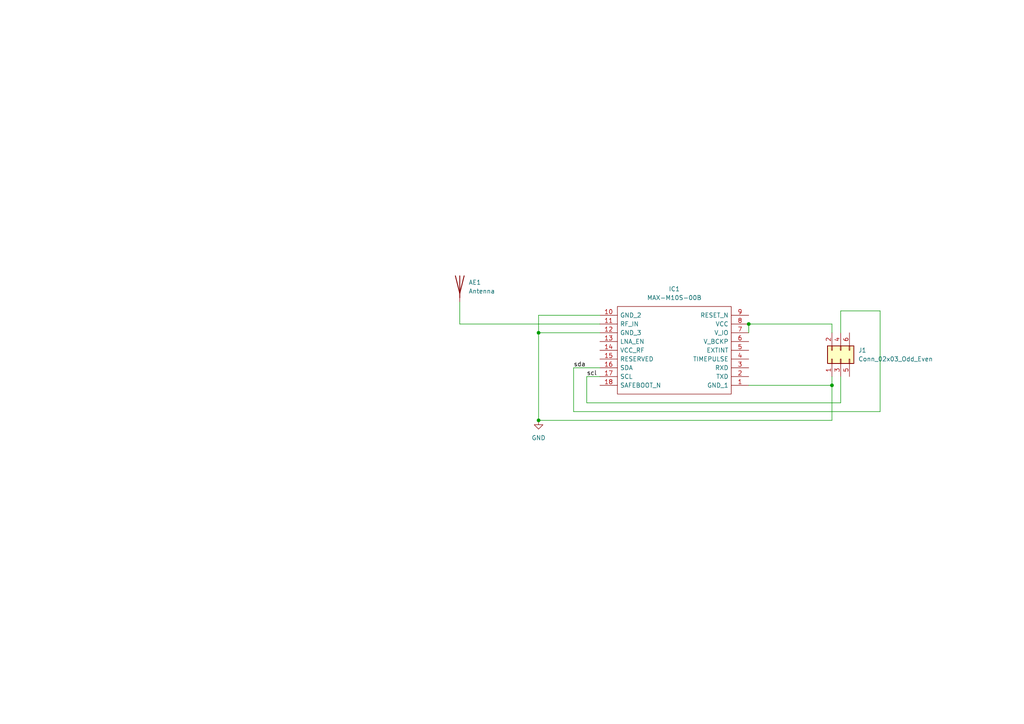
<source format=kicad_sch>
(kicad_sch (version 20211123) (generator eeschema)
  (paper "A4")
  (lib_symbols
    (symbol "Connector_Generic:Conn_02x03_Odd_Even" (pin_names (offset 1.016) hide)
      (property "Reference" "J" (at 1.27 5.08 0))
      (property "Value" "Conn_02x03_Odd_Even" (at 1.27 -5.08 0))
      (symbol "Conn_02x03_Odd_Even_1_1"
        (rectangle (start -1.27 -2.413) (end 0 -2.667) (stroke (width 0.1524)))
        (rectangle (start -1.27 0.127) (end 0 -0.127) (stroke (width 0.1524)))
        (rectangle (start -1.27 2.667) (end 0 2.413) (stroke (width 0.1524)))
        (rectangle (start -1.27 3.81) (end 3.81 -3.81) (stroke (width 0.254)) (fill (type background)))
        (rectangle (start 3.81 -2.413) (end 2.54 -2.667) (stroke (width 0.1524)))
        (rectangle (start 3.81 0.127) (end 2.54 -0.127) (stroke (width 0.1524)))
        (rectangle (start 3.81 2.667) (end 2.54 2.413) (stroke (width 0.1524)))
        (pin passive line (at -5.08 2.54 0) (length 3.81) (name "Pin_1") (number "1"))
        (pin passive line (at 7.62 2.54 180) (length 3.81) (name "Pin_2") (number "2"))
        (pin passive line (at -5.08 0 0) (length 3.81) (name "Pin_3") (number "3"))
        (pin passive line (at 7.62 0 180) (length 3.81) (name "Pin_4") (number "4"))
        (pin passive line (at -5.08 -2.54 0) (length 3.81) (name "Pin_5") (number "5"))
        (pin passive line (at 7.62 -2.54 180) (length 3.81) (name "Pin_6") (number "6"))
      )
    )
    (symbol "Device:Antenna" (pin_numbers hide) (pin_names (offset 1.016) hide)
      (property "Reference" "AE" (at -1.905 1.905 0))
      (property "Value" "Antenna" (at -1.905 0 0))
      (symbol "Antenna_0_1"
        (polyline (pts (xy 0 2.54) (xy 0 -3.81)) (stroke (width 0.254)))
        (polyline (pts (xy 1.27 2.54) (xy 0 -2.54) (xy -1.27 2.54)) (stroke (width 0.254)))
      )
      (symbol "Antenna_1_1"
        (pin input line (at 0 -5.08 90) (length 2.54) (name "A") (number "1"))
      )
    )
    (symbol "gps:MAX-M10S-00B" (pin_names (offset 0.762))
      (property "Reference" "IC" (at 39.37 7.62 0))
      (property "Value" "MAX-M10S-00B" (at 39.37 5.08 0))
      (symbol "MAX-M10S-00B_0_0"
        (pin passive line (at 43.18 -20.32 180) (length 5.08) (name "GND_1") (number "1"))
        (pin passive line (at 0 0 0) (length 5.08) (name "GND_2") (number "10"))
        (pin passive line (at 0 -2.54 0) (length 5.08) (name "RF_IN") (number "11"))
        (pin passive line (at 0 -5.08 0) (length 5.08) (name "GND_3") (number "12"))
        (pin passive line (at 0 -7.62 0) (length 5.08) (name "LNA_EN") (number "13"))
        (pin passive line (at 0 -10.16 0) (length 5.08) (name "VCC_RF") (number "14"))
        (pin passive line (at 0 -12.7 0) (length 5.08) (name "RESERVED") (number "15"))
        (pin passive line (at 0 -15.24 0) (length 5.08) (name "SDA") (number "16"))
        (pin passive line (at 0 -17.78 0) (length 5.08) (name "SCL") (number "17"))
        (pin passive line (at 0 -20.32 0) (length 5.08) (name "SAFEBOOT_N") (number "18"))
        (pin passive line (at 43.18 -17.78 180) (length 5.08) (name "TXD") (number "2"))
        (pin passive line (at 43.18 -15.24 180) (length 5.08) (name "RXD") (number "3"))
        (pin passive line (at 43.18 -12.7 180) (length 5.08) (name "TIMEPULSE") (number "4"))
        (pin passive line (at 43.18 -10.16 180) (length 5.08) (name "EXTINT") (number "5"))
        (pin passive line (at 43.18 -7.62 180) (length 5.08) (name "V_BCKP") (number "6"))
        (pin passive line (at 43.18 -5.08 180) (length 5.08) (name "V_IO") (number "7"))
        (pin passive line (at 43.18 -2.54 180) (length 5.08) (name "VCC") (number "8"))
        (pin passive line (at 43.18 0 180) (length 5.08) (name "RESET_N") (number "9"))
      )
      (symbol "MAX-M10S-00B_0_1"
        (polyline (pts (xy 5.08 2.54) (xy 38.1 2.54) (xy 38.1 -22.86) (xy 5.08 -22.86) (xy 5.08 2.54)) (stroke (width 0.1524)))
      )
    )
    (symbol "power:GND" (power) (pin_names (offset 0))
      (property "Value" "GND" (at 0 -3.81 0))
      (symbol "GND_0_1"
        (polyline (pts (xy 0 0) (xy 0 -1.27) (xy 1.27 -1.27) (xy 0 -2.54) (xy -1.27 -1.27) (xy 0 -1.27)))
      )
      (symbol "GND_1_1"
        (pin power_in line (at 0 0 270) (length 0) hide (name "GND") (number "1"))
      )
    )
  )
  (junction (at 241.3 111.76))
  (junction (at 156.21 121.92))
  (junction (at 156.21 96.52))
  (junction (at 217.17 93.98))
  (wire (pts (xy 166.37 106.68) (xy 166.37 119.38)))
  (wire (pts (xy 156.21 96.52) (xy 156.21 121.92)))
  (wire (pts (xy 241.3 121.92) (xy 241.3 111.76)))
  (wire (pts (xy 241.3 96.52) (xy 241.3 93.98)))
  (wire (pts (xy 241.3 93.98) (xy 217.17 93.98)))
  (wire (pts (xy 173.99 91.44) (xy 156.21 91.44)))
  (wire (pts (xy 243.84 116.84) (xy 243.84 109.22)))
  (wire (pts (xy 133.35 87.63) (xy 133.35 93.98)))
  (wire (pts (xy 243.84 90.17) (xy 243.84 96.52)))
  (wire (pts (xy 156.21 121.92) (xy 241.3 121.92)))
  (wire (pts (xy 173.99 109.22) (xy 170.18 109.22)))
  (wire (pts (xy 156.21 91.44) (xy 156.21 96.52)))
  (wire (pts (xy 241.3 109.22) (xy 241.3 111.76)))
  (wire (pts (xy 173.99 106.68) (xy 166.37 106.68)))
  (wire (pts (xy 255.27 119.38) (xy 255.27 90.17)))
  (wire (pts (xy 173.99 96.52) (xy 156.21 96.52)))
  (wire (pts (xy 166.37 119.38) (xy 255.27 119.38)))
  (wire (pts (xy 241.3 111.76) (xy 217.17 111.76)))
  (wire (pts (xy 217.17 93.98) (xy 217.17 96.52)))
  (wire (pts (xy 170.18 116.84) (xy 243.84 116.84)))
  (wire (pts (xy 170.18 109.22) (xy 170.18 116.84)))
  (wire (pts (xy 133.35 93.98) (xy 173.99 93.98)))
  (wire (pts (xy 255.27 90.17) (xy 243.84 90.17)))
  (label "sda" (at 166.37 106.68 0))
  (label "scl" (at 170.18 109.22 0))
  (symbol (lib_id "gps:MAX-M10S-00B") (at 173.99 91.44 0) (unit 1)
    (property "Reference" "IC1" (at 195.58 83.82 0))
    (property "Value" "MAX-M10S-00B" (at 195.58 86.36 0))
    (property "Footprint" "antennas:MAXM10S00B" (effects hide))
    (property "Datasheet" "https://content.u-blox.com/sites/default/files/MAX-M10S_IntegrationManual_UBX-20053088.pdf" (effects hide))
    (property "Description" "GPS Modules u-blox M10 GNSS LCC module, firmware in ROM, SAW filter, LNA" (effects hide))
    (property "Height" "2.7" (effects hide))
    (property "Mouser Part Number" "377-MAX-M10S-00B" (effects hide))
    (property "Mouser Price/Stock" "https://www.mouser.co.uk/ProductDetail/u-blox/MAX-M10S-00B?qs=A6eO%252BMLsxmT0PfQYPb7LLQ%3D%3D" (effects hide))
    (property "Manufacturer_Name" "U-Blox" (effects hide))
    (property "Manufacturer_Part_Number" "MAX-M10S-00B" (effects hide))
  )
  (symbol (lib_id "power:GND") (at 156.21 121.92 0) (unit 1)
    (property "Reference" "#PWR01" (effects hide))
    (property "Value" "GND" (at 156.21 127 0))
  )
  (symbol (lib_id "Device:Antenna") (at 133.35 82.55 0) (unit 1)
    (property "Reference" "AE1" (at 135.89 81.9149 0) (effects (justify left)))
    (property "Value" "Antenna" (at 135.89 84.4549 0) (effects (justify left)))
    (property "Footprint" "antennas:patch_antenna_1.6ghz_cp" (effects hide))
  )
  (symbol (lib_id "Connector_Generic:Conn_02x03_Odd_Even") (at 243.84 104.14 90) (unit 1)
    (property "Reference" "J1" (at 248.92 101.5999 90) (effects (justify right)))
    (property "Value" "Conn_02x03_Odd_Even" (at 248.92 104.1399 90) (effects (justify right)))
    (property "Footprint" "Connector_PinHeader_2.54mm:PinHeader_2x03_P2.54mm_Vertical" (effects hide))
  )
)
</source>
